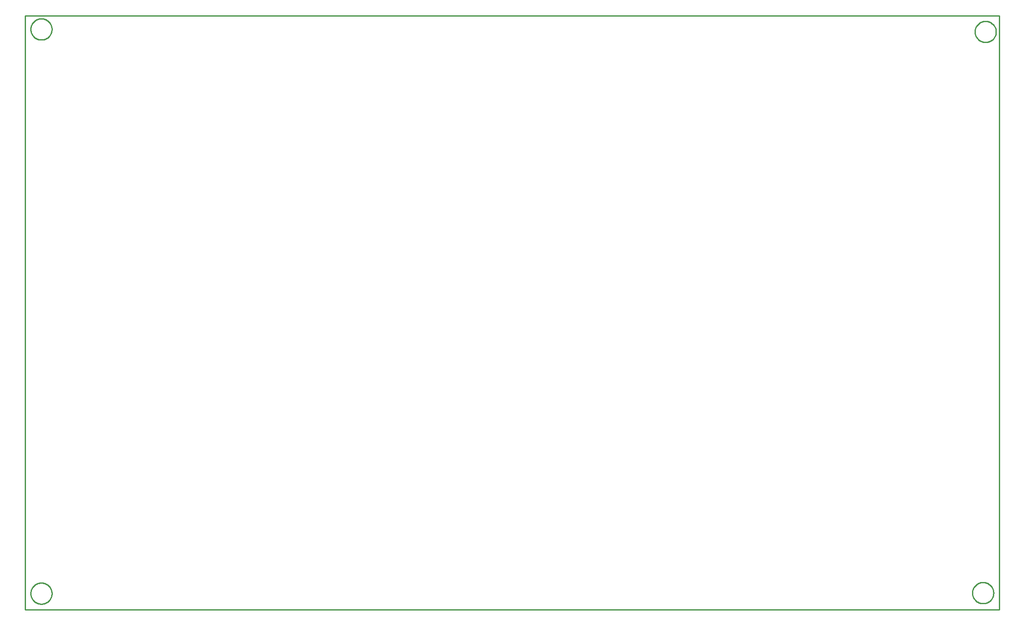
<source format=gbr>
G04 EAGLE Gerber RS-274X export*
G75*
%MOMM*%
%FSLAX34Y34*%
%LPD*%
%IN*%
%IPPOS*%
%AMOC8*
5,1,8,0,0,1.08239X$1,22.5*%
G01*
%ADD10C,0.254000*%


D10*
X45720Y-88900D02*
X1981200Y-88900D01*
X1981200Y1092200D01*
X45720Y1092200D01*
X45720Y-88900D01*
X99000Y-57635D02*
X98923Y-58901D01*
X98770Y-60161D01*
X98542Y-61410D01*
X98238Y-62642D01*
X97860Y-63853D01*
X97410Y-65040D01*
X96889Y-66197D01*
X96300Y-67321D01*
X95643Y-68407D01*
X94922Y-69452D01*
X94140Y-70451D01*
X93298Y-71401D01*
X92401Y-72298D01*
X91451Y-73140D01*
X90452Y-73922D01*
X89407Y-74643D01*
X88321Y-75300D01*
X87197Y-75889D01*
X86040Y-76410D01*
X84853Y-76860D01*
X83642Y-77238D01*
X82410Y-77542D01*
X81161Y-77770D01*
X79901Y-77923D01*
X78635Y-78000D01*
X77365Y-78000D01*
X76099Y-77923D01*
X74839Y-77770D01*
X73591Y-77542D01*
X72358Y-77238D01*
X71147Y-76860D01*
X69960Y-76410D01*
X68803Y-75889D01*
X67679Y-75300D01*
X66593Y-74643D01*
X65548Y-73922D01*
X64549Y-73140D01*
X63599Y-72298D01*
X62702Y-71401D01*
X61861Y-70451D01*
X61078Y-69452D01*
X60357Y-68407D01*
X59700Y-67321D01*
X59111Y-66197D01*
X58590Y-65040D01*
X58140Y-63853D01*
X57762Y-62642D01*
X57458Y-61410D01*
X57230Y-60161D01*
X57077Y-58901D01*
X57000Y-57635D01*
X57000Y-56365D01*
X57077Y-55099D01*
X57230Y-53839D01*
X57458Y-52591D01*
X57762Y-51358D01*
X58140Y-50147D01*
X58590Y-48960D01*
X59111Y-47803D01*
X59700Y-46679D01*
X60357Y-45593D01*
X61078Y-44548D01*
X61861Y-43549D01*
X62702Y-42599D01*
X63599Y-41702D01*
X64549Y-40861D01*
X65548Y-40078D01*
X66593Y-39357D01*
X67679Y-38700D01*
X68803Y-38111D01*
X69960Y-37590D01*
X71147Y-37140D01*
X72358Y-36762D01*
X73591Y-36458D01*
X74839Y-36230D01*
X76099Y-36077D01*
X77365Y-36000D01*
X78635Y-36000D01*
X79901Y-36077D01*
X81161Y-36230D01*
X82410Y-36458D01*
X83642Y-36762D01*
X84853Y-37140D01*
X86040Y-37590D01*
X87197Y-38111D01*
X88321Y-38700D01*
X89407Y-39357D01*
X90452Y-40078D01*
X91451Y-40861D01*
X92401Y-41702D01*
X93298Y-42599D01*
X94140Y-43549D01*
X94922Y-44548D01*
X95643Y-45593D01*
X96300Y-46679D01*
X96889Y-47803D01*
X97410Y-48960D01*
X97860Y-50147D01*
X98238Y-51358D01*
X98542Y-52591D01*
X98770Y-53839D01*
X98923Y-55099D01*
X99000Y-56365D01*
X99000Y-57635D01*
X99000Y1064365D02*
X98923Y1063099D01*
X98770Y1061839D01*
X98542Y1060591D01*
X98238Y1059358D01*
X97860Y1058147D01*
X97410Y1056960D01*
X96889Y1055803D01*
X96300Y1054679D01*
X95643Y1053593D01*
X94922Y1052548D01*
X94140Y1051549D01*
X93298Y1050599D01*
X92401Y1049702D01*
X91451Y1048861D01*
X90452Y1048078D01*
X89407Y1047357D01*
X88321Y1046700D01*
X87197Y1046111D01*
X86040Y1045590D01*
X84853Y1045140D01*
X83642Y1044762D01*
X82410Y1044458D01*
X81161Y1044230D01*
X79901Y1044077D01*
X78635Y1044000D01*
X77365Y1044000D01*
X76099Y1044077D01*
X74839Y1044230D01*
X73591Y1044458D01*
X72358Y1044762D01*
X71147Y1045140D01*
X69960Y1045590D01*
X68803Y1046111D01*
X67679Y1046700D01*
X66593Y1047357D01*
X65548Y1048078D01*
X64549Y1048861D01*
X63599Y1049702D01*
X62702Y1050599D01*
X61861Y1051549D01*
X61078Y1052548D01*
X60357Y1053593D01*
X59700Y1054679D01*
X59111Y1055803D01*
X58590Y1056960D01*
X58140Y1058147D01*
X57762Y1059358D01*
X57458Y1060591D01*
X57230Y1061839D01*
X57077Y1063099D01*
X57000Y1064365D01*
X57000Y1065635D01*
X57077Y1066901D01*
X57230Y1068161D01*
X57458Y1069410D01*
X57762Y1070642D01*
X58140Y1071853D01*
X58590Y1073040D01*
X59111Y1074197D01*
X59700Y1075321D01*
X60357Y1076407D01*
X61078Y1077452D01*
X61861Y1078451D01*
X62702Y1079401D01*
X63599Y1080298D01*
X64549Y1081140D01*
X65548Y1081922D01*
X66593Y1082643D01*
X67679Y1083300D01*
X68803Y1083889D01*
X69960Y1084410D01*
X71147Y1084860D01*
X72358Y1085238D01*
X73591Y1085542D01*
X74839Y1085770D01*
X76099Y1085923D01*
X77365Y1086000D01*
X78635Y1086000D01*
X79901Y1085923D01*
X81161Y1085770D01*
X82410Y1085542D01*
X83642Y1085238D01*
X84853Y1084860D01*
X86040Y1084410D01*
X87197Y1083889D01*
X88321Y1083300D01*
X89407Y1082643D01*
X90452Y1081922D01*
X91451Y1081140D01*
X92401Y1080298D01*
X93298Y1079401D01*
X94140Y1078451D01*
X94922Y1077452D01*
X95643Y1076407D01*
X96300Y1075321D01*
X96889Y1074197D01*
X97410Y1073040D01*
X97860Y1071853D01*
X98238Y1070642D01*
X98542Y1069410D01*
X98770Y1068161D01*
X98923Y1066901D01*
X99000Y1065635D01*
X99000Y1064365D01*
X1975000Y1059365D02*
X1974923Y1058099D01*
X1974770Y1056839D01*
X1974542Y1055591D01*
X1974238Y1054358D01*
X1973860Y1053147D01*
X1973410Y1051960D01*
X1972889Y1050803D01*
X1972300Y1049679D01*
X1971643Y1048593D01*
X1970922Y1047548D01*
X1970140Y1046549D01*
X1969298Y1045599D01*
X1968401Y1044702D01*
X1967451Y1043861D01*
X1966452Y1043078D01*
X1965407Y1042357D01*
X1964321Y1041700D01*
X1963197Y1041111D01*
X1962040Y1040590D01*
X1960853Y1040140D01*
X1959642Y1039762D01*
X1958410Y1039458D01*
X1957161Y1039230D01*
X1955901Y1039077D01*
X1954635Y1039000D01*
X1953365Y1039000D01*
X1952099Y1039077D01*
X1950839Y1039230D01*
X1949591Y1039458D01*
X1948358Y1039762D01*
X1947147Y1040140D01*
X1945960Y1040590D01*
X1944803Y1041111D01*
X1943679Y1041700D01*
X1942593Y1042357D01*
X1941548Y1043078D01*
X1940549Y1043861D01*
X1939599Y1044702D01*
X1938702Y1045599D01*
X1937861Y1046549D01*
X1937078Y1047548D01*
X1936357Y1048593D01*
X1935700Y1049679D01*
X1935111Y1050803D01*
X1934590Y1051960D01*
X1934140Y1053147D01*
X1933762Y1054358D01*
X1933458Y1055591D01*
X1933230Y1056839D01*
X1933077Y1058099D01*
X1933000Y1059365D01*
X1933000Y1060635D01*
X1933077Y1061901D01*
X1933230Y1063161D01*
X1933458Y1064410D01*
X1933762Y1065642D01*
X1934140Y1066853D01*
X1934590Y1068040D01*
X1935111Y1069197D01*
X1935700Y1070321D01*
X1936357Y1071407D01*
X1937078Y1072452D01*
X1937861Y1073451D01*
X1938702Y1074401D01*
X1939599Y1075298D01*
X1940549Y1076140D01*
X1941548Y1076922D01*
X1942593Y1077643D01*
X1943679Y1078300D01*
X1944803Y1078889D01*
X1945960Y1079410D01*
X1947147Y1079860D01*
X1948358Y1080238D01*
X1949591Y1080542D01*
X1950839Y1080770D01*
X1952099Y1080923D01*
X1953365Y1081000D01*
X1954635Y1081000D01*
X1955901Y1080923D01*
X1957161Y1080770D01*
X1958410Y1080542D01*
X1959642Y1080238D01*
X1960853Y1079860D01*
X1962040Y1079410D01*
X1963197Y1078889D01*
X1964321Y1078300D01*
X1965407Y1077643D01*
X1966452Y1076922D01*
X1967451Y1076140D01*
X1968401Y1075298D01*
X1969298Y1074401D01*
X1970140Y1073451D01*
X1970922Y1072452D01*
X1971643Y1071407D01*
X1972300Y1070321D01*
X1972889Y1069197D01*
X1973410Y1068040D01*
X1973860Y1066853D01*
X1974238Y1065642D01*
X1974542Y1064410D01*
X1974770Y1063161D01*
X1974923Y1061901D01*
X1975000Y1060635D01*
X1975000Y1059365D01*
X1970000Y-56635D02*
X1969923Y-57901D01*
X1969770Y-59161D01*
X1969542Y-60410D01*
X1969238Y-61642D01*
X1968860Y-62853D01*
X1968410Y-64040D01*
X1967889Y-65197D01*
X1967300Y-66321D01*
X1966643Y-67407D01*
X1965922Y-68452D01*
X1965140Y-69451D01*
X1964298Y-70401D01*
X1963401Y-71298D01*
X1962451Y-72140D01*
X1961452Y-72922D01*
X1960407Y-73643D01*
X1959321Y-74300D01*
X1958197Y-74889D01*
X1957040Y-75410D01*
X1955853Y-75860D01*
X1954642Y-76238D01*
X1953410Y-76542D01*
X1952161Y-76770D01*
X1950901Y-76923D01*
X1949635Y-77000D01*
X1948365Y-77000D01*
X1947099Y-76923D01*
X1945839Y-76770D01*
X1944591Y-76542D01*
X1943358Y-76238D01*
X1942147Y-75860D01*
X1940960Y-75410D01*
X1939803Y-74889D01*
X1938679Y-74300D01*
X1937593Y-73643D01*
X1936548Y-72922D01*
X1935549Y-72140D01*
X1934599Y-71298D01*
X1933702Y-70401D01*
X1932861Y-69451D01*
X1932078Y-68452D01*
X1931357Y-67407D01*
X1930700Y-66321D01*
X1930111Y-65197D01*
X1929590Y-64040D01*
X1929140Y-62853D01*
X1928762Y-61642D01*
X1928458Y-60410D01*
X1928230Y-59161D01*
X1928077Y-57901D01*
X1928000Y-56635D01*
X1928000Y-55365D01*
X1928077Y-54099D01*
X1928230Y-52839D01*
X1928458Y-51591D01*
X1928762Y-50358D01*
X1929140Y-49147D01*
X1929590Y-47960D01*
X1930111Y-46803D01*
X1930700Y-45679D01*
X1931357Y-44593D01*
X1932078Y-43548D01*
X1932861Y-42549D01*
X1933702Y-41599D01*
X1934599Y-40702D01*
X1935549Y-39861D01*
X1936548Y-39078D01*
X1937593Y-38357D01*
X1938679Y-37700D01*
X1939803Y-37111D01*
X1940960Y-36590D01*
X1942147Y-36140D01*
X1943358Y-35762D01*
X1944591Y-35458D01*
X1945839Y-35230D01*
X1947099Y-35077D01*
X1948365Y-35000D01*
X1949635Y-35000D01*
X1950901Y-35077D01*
X1952161Y-35230D01*
X1953410Y-35458D01*
X1954642Y-35762D01*
X1955853Y-36140D01*
X1957040Y-36590D01*
X1958197Y-37111D01*
X1959321Y-37700D01*
X1960407Y-38357D01*
X1961452Y-39078D01*
X1962451Y-39861D01*
X1963401Y-40702D01*
X1964298Y-41599D01*
X1965140Y-42549D01*
X1965922Y-43548D01*
X1966643Y-44593D01*
X1967300Y-45679D01*
X1967889Y-46803D01*
X1968410Y-47960D01*
X1968860Y-49147D01*
X1969238Y-50358D01*
X1969542Y-51591D01*
X1969770Y-52839D01*
X1969923Y-54099D01*
X1970000Y-55365D01*
X1970000Y-56635D01*
M02*

</source>
